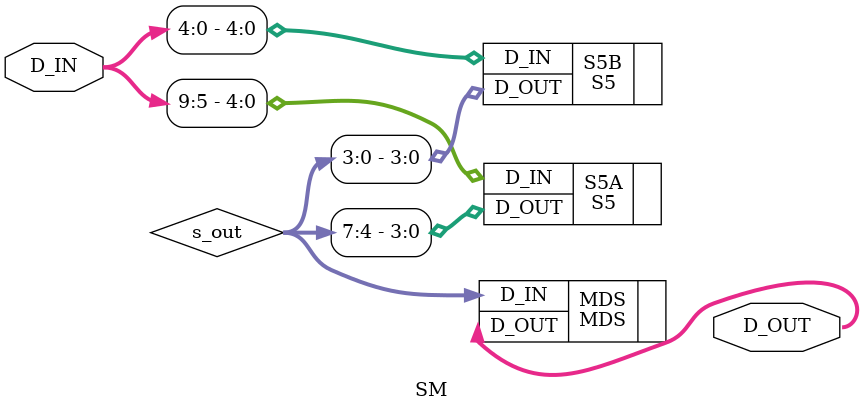
<source format=v>
`timescale 1ns / 1ps
module SM(
   input [9:0] D_IN,
   output [7:0] D_OUT
);
	wire [7:0] s_out;
	
	S5 S5A (
    .D_IN(D_IN[9:5]), 
    .D_OUT(s_out[7:4])
   );
	
	S5 S5B (
    .D_IN(D_IN[4:0]), 
    .D_OUT(s_out[3:0])
   );
	
	MDS MDS (
    .D_IN(s_out), 
    .D_OUT(D_OUT)
    );
endmodule

</source>
